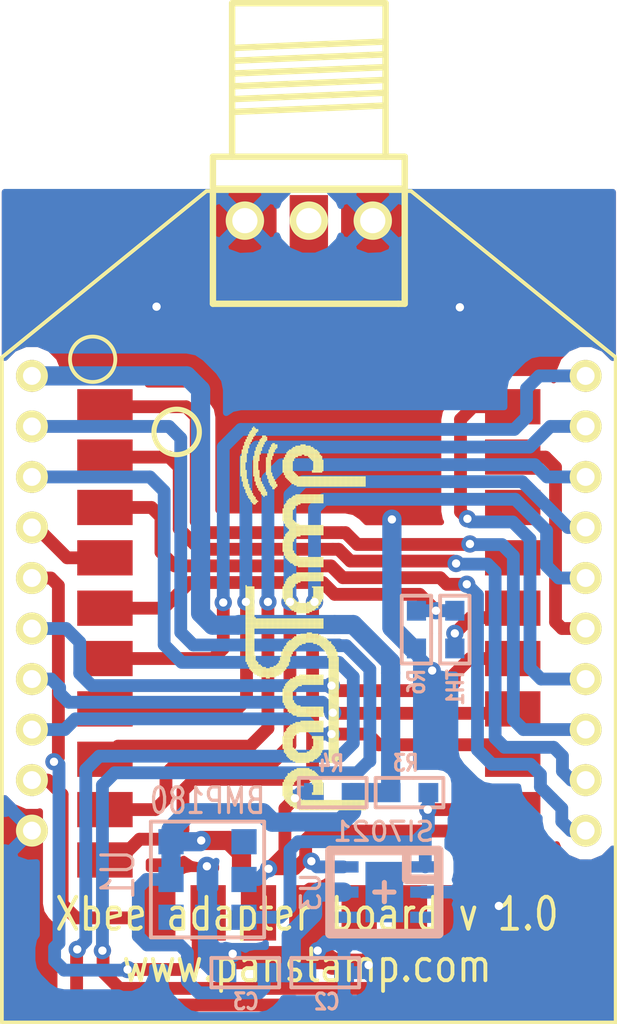
<source format=kicad_pcb>
(kicad_pcb (version 4) (host pcbnew no-vcs-found-product)
  (title_block (title "XBee adapter board for panStamp 2") (date 2015-07-15) (rev 1.0) (company panStamp))
  (layers (0 Front signal) (1 Ground power) (2 Power power) (31 Back signal) (34 B.Paste user) (35 F.Paste user) (36 B.SilkS user) (37 F.SilkS user) (38 B.Mask user) (39 F.Mask user) (44 Edge.Cuts user))
  (net 0 "")
  (net 1 /RESET)
  (net 2 GND)
  (net 3 VCC)
  (net 4 /D14)
  (net 5 /D15)
  (net 6 /D16)
  (net 7 /D17)
  (net 8 /D18)
  (net 9 /TEST)
  (net 10 /D19)
  (net 11 /D20)
  (net 12 /D21)
  (net 13 /D22)
  (net 14 /A5)
  (net 15 /I2C_SDA)
  (net 16 /I2C_SCL)
  (net 17 /D7)
  (net 18 /TOANT)
  (net 19 /D12/A4)
  (net 20 /D11/A3)
  (net 21 /D10/A2)
  (net 22 /D9/A1)
  (net 23 /D8/A0)
  (net 24 /TXD)
  (net 25 /RXD)
  (net 26 /SCK)
  (net 27 /MISO)
  (net 28 /MOSI)
  (module mysmd:SM0603S (layer Back) (at 207.75 113.5)
    (fp_text reference C2 (at 0.0635 1.1557) (layer B.SilkS) (effects (font (size 0.635 0.508) (thickness 0.127)) (justify mirror)))
    (fp_text value 1u hide)
    (pad 2 smd rect (at 0.7493 0) (size 0.7874 0.762) (layers Back B.Paste B.Mask) (net 2 GND))
    (pad 1 smd rect (at -0.7493 0) (size 0.7874 0.762) (layers Back B.Paste B.Mask) (net 3 VCC))
  )
  (module mysmd:SM0603S (layer Back) (at 204.575 113.5 180)
    (fp_text reference C3 (at -0.025 -1.15 180) (layer B.SilkS) (effects (font (size 0.635 0.508) (thickness 0.127)) (justify mirror)))
    (fp_text value 100n hide)
    (pad 2 smd rect (at 0.7493 0 180) (size 0.7874 0.762) (layers Back B.Paste B.Mask) (net 2 GND))
    (pad 1 smd rect (at -0.7493 0 180) (size 0.7874 0.762) (layers Back B.Paste B.Mask) (net 3 VCC))
  )
  (module mysmd:PANSTAMP_2 (layer Front) (at 207.1 100.025)
    (fp_text reference PS1 hide)
    (fp_text value PANSTAMP_NRG2 hide)
    (pad 1 smd rect (at -8.1 -9) (size 2.2 1.4) (layers Front F.Paste F.Mask) (net 7 /D17))
    (pad 2 smd rect (at -8.1 -7) (size 2.2 1.4) (layers Front F.Paste F.Mask) (net 6 /D16))
    (pad 3 smd rect (at -8.1 -5) (size 2.2 1.4) (layers Front F.Paste F.Mask) (net 5 /D15))
    (pad 4 smd rect (at -8.1 -3) (size 2.2 1.4) (layers Front F.Paste F.Mask) (net 4 /D14))
    (pad 5 smd rect (at -8.1 -1) (size 2.2 1.4) (layers Front F.Paste F.Mask) (net 14 /A5))
    (pad 6 smd rect (at -8.1 1) (size 2.2 1.4) (layers Front F.Paste F.Mask) (net 19 /D12/A4))
    (pad 7 smd rect (at -8.1 3) (size 2.2 1.4) (layers Front F.Paste F.Mask) (net 20 /D11/A3))
    (pad 8 smd rect (at -8.1 5) (size 2.2 1.4) (layers Front F.Paste F.Mask) (net 21 /D10/A2))
    (pad 9 smd rect (at -8.1 7) (size 2.2 1.4) (layers Front F.Paste F.Mask) (net 22 /D9/A1))
    (pad 10 smd rect (at -8.1 9) (size 2.2 1.4) (layers Front F.Paste F.Mask) (net 23 /D8/A0))
    (pad 11 smd rect (at -6 11.1 90) (size 2.2 1.4) (layers Front F.Paste F.Mask) (net 9 /TEST))
    (pad 12 smd rect (at -4 11.1 90) (size 2.2 1.4) (layers Front F.Paste F.Mask) (net 1 /RESET))
    (pad 13 smd rect (at -2 11.1 90) (size 2.2 1.4) (layers Front F.Paste F.Mask) (net 3 VCC))
    (pad 14 smd rect (at 0 11.1 90) (size 2.2 1.4) (layers Front F.Paste F.Mask) (net 2 GND))
    (pad 15 smd rect (at 2 11.1 90) (size 2.2 1.4) (layers Front F.Paste F.Mask) (net 17 /D7))
    (pad 16 smd rect (at 4 11.1 90) (size 2.2 1.4) (layers Front F.Paste F.Mask) (net 24 /TXD))
    (pad 17 smd rect (at 6 11.1 90) (size 2.2 1.4) (layers Front F.Paste F.Mask) (net 25 /RXD))
    (pad 18 smd rect (at 8.1 9) (size 2.2 1.4) (layers Front F.Paste F.Mask) (net 16 /I2C_SCL))
    (pad 19 smd rect (at 8.1 7) (size 2.2 1.4) (layers Front F.Paste F.Mask) (net 15 /I2C_SDA))
    (pad 20 smd rect (at 8.1 5) (size 2.2 1.4) (layers Front F.Paste F.Mask) (net 26 /SCK))
    (pad 21 smd rect (at 8.1 3) (size 2.2 1.4) (layers Front F.Paste F.Mask) (net 27 /MISO))
    (pad 22 smd rect (at 8.1 1) (size 2.2 1.4) (layers Front F.Paste F.Mask) (net 28 /MOSI))
    (pad 23 smd rect (at 8.1 -1) (size 2.2 1.4) (layers Front F.Paste F.Mask) (net 13 /D22))
    (pad 24 smd rect (at 8.1 -3) (size 2.2 1.4) (layers Front F.Paste F.Mask) (net 12 /D21))
    (pad 25 smd rect (at 8.1 -5) (size 2.2 1.4) (layers Front F.Paste F.Mask) (net 11 /D20))
    (pad 26 smd rect (at 8.1 -7) (size 2.2 1.4) (layers Front F.Paste F.Mask) (net 10 /D19))
    (pad 27 smd rect (at 8.1 -9) (size 2.2 1.4) (layers Front F.Paste F.Mask) (net 8 /D18))
    (pad 28 smd rect (at 6 -11.1 90) (size 2.2 1.4) (layers Front F.Paste F.Mask) (net 2 GND))
    (pad 29 smd rect (at 4 -11.1 90) (size 2.2 1.4) (layers Front F.Paste F.Mask) (net 2 GND))
    (pad 30 smd rect (at 2 -11.1 90) (size 2.2 1.4) (layers Front F.Paste F.Mask) (net 2 GND))
    (pad 31 smd rect (at 0 -11.1 90) (size 2.2 1.4) (layers Front F.Paste F.Mask) (net 18 /TOANT))
    (pad 32 smd rect (at -2 -11.1 90) (size 2.2 1.4) (layers Front F.Paste F.Mask) (net 2 GND))
    (pad 33 smd rect (at -4 -11.1 90) (size 2.2 1.4) (layers Front F.Paste F.Mask) (net 2 GND))
    (pad 34 smd rect (at -6 -11.1 90) (size 2.2 1.4) (layers Front F.Paste F.Mask) (net 2 GND))
  )
  (module mysmd:SM0603S (layer Back) (at 211.1 106.35)
    (fp_text reference R3 (at -0.15 -1.175) (layer B.SilkS) (effects (font (size 0.635 0.508) (thickness 0.127)) (justify mirror)))
    (fp_text value 10k hide)
    (pad 2 smd rect (at 0.7493 0) (size 0.7874 0.762) (layers Back B.Paste B.Mask) (net 15 /I2C_SDA))
    (pad 1 smd rect (at -0.7493 0) (size 0.7874 0.762) (layers Back B.Paste B.Mask) (net 3 VCC))
  )
  (module mysmd:SM0603S (layer Back) (at 208.05 106.35 180)
    (fp_text reference R4 (at 0.0635 1.1557 180) (layer B.SilkS) (effects (font (size 0.635 0.508) (thickness 0.127)) (justify mirror)))
    (fp_text value 10k hide)
    (pad 2 smd rect (at 0.7493 0 180) (size 0.7874 0.762) (layers Back B.Paste B.Mask) (net 16 /I2C_SCL))
    (pad 1 smd rect (at -0.7493 0 180) (size 0.7874 0.762) (layers Back B.Paste B.Mask) (net 3 VCC))
  )
  (module mysmd:SM0603S (layer Back) (at 211.375 99.875 270)
    (fp_text reference R6 (at 2.075 0 270) (layer B.SilkS) (effects (font (size 0.635 0.508) (thickness 0.127)) (justify mirror)))
    (fp_text value 10k hide)
    (pad 2 smd rect (at 0.7493 0 270) (size 0.7874 0.762) (layers Back B.Paste B.Mask) (net 2 GND))
    (pad 1 smd rect (at -0.7493 0 270) (size 0.7874 0.762) (layers Back B.Paste B.Mask) (net 14 /A5))
  )
  (module mysmd:SM0603S (layer Back) (at 212.9 99.875 270)
    (fp_text reference TH1 (at 2.3 -0.025 270) (layer B.SilkS) (effects (font (size 0.635 0.508) (thickness 0.127)) (justify mirror)))
    (fp_text value THERMISTOR hide)
    (pad 2 smd rect (at 0.7493 0 270) (size 0.7874 0.762) (layers Back B.Paste B.Mask) (net 13 /D22))
    (pad 1 smd rect (at -0.7493 0 270) (size 0.7874 0.762) (layers Back B.Paste B.Mask) (net 14 /A5))
  )
  (module mysmd:BMP180 (layer Back) (at 203.075 109.8 90)
    (fp_text reference U1 (at 0.2 -3.55 90) (layer B.SilkS) (effects (font (size 1.27 1.016) (thickness 0.127)) (justify mirror)))
    (fp_text value BMP180 (at 3.125 0 180) (layer B.SilkS) (effects (font (size 1.016 0.762) (thickness 0.127)) (justify mirror)))
    (pad 3 smd rect (at 1.5 -1.45 90) (size 1 1) (layers Back B.Paste B.Mask) (net 3 VCC))
    (pad 2 smd rect (at 0 -1.45 90) (size 1 1) (layers Back B.Paste B.Mask) (net 3 VCC))
    (pad 1 smd rect (at -1.5 -1.45 90) (size 1 1) (layers Back B.Paste B.Mask))
    (pad 6 smd rect (at -1.5 1.45 90) (size 1 1) (layers Back B.Paste B.Mask) (net 15 /I2C_SDA))
    (pad 5 smd rect (at 0 1.45 90) (size 1 1) (layers Back B.Paste B.Mask) (net 16 /I2C_SCL))
    (pad 4 smd rect (at 1.5 1.45 90) (size 1 1) (layers Back B.Paste B.Mask))
    (pad 7 smd rect (at -1.5 0 90) (size 1 1) (layers Back B.Paste B.Mask) (net 2 GND))
  )
  (module mysmd:DFN-6 (layer Back) (at 210.1 110.3 270)
    (fp_text reference U3 (at 0 2.921 270) (layer B.SilkS) (effects (font (size 0.762 0.762) (thickness 0.127)) (justify mirror)))
    (fp_text value SI7021 (at -2.4 0.025 360) (layer B.SilkS) (effects (font (size 0.762 0.762) (thickness 0.127)) (justify mirror)))
    (pad 6 smd rect (at -1 1.625 270) (size 0.45 1.2) (layers Back B.Paste B.Mask) (net 16 /I2C_SCL))
    (pad 5 smd rect (at 0 1.625 270) (size 0.45 1.2) (layers Back B.Paste B.Mask) (net 3 VCC))
    (pad 4 smd rect (at 1 1.625 270) (size 0.45 1.2) (layers Back B.Paste B.Mask))
    (pad 3 smd rect (at 1 -1.625 270) (size 0.45 1.2) (layers Back B.Paste B.Mask))
    (pad 2 smd rect (at 0 -1.625 270) (size 0.45 1.2) (layers Back B.Paste B.Mask) (net 2 GND))
    (pad 1 smd rect (at -1 -1.625 270) (size 0.45 1.2) (layers Back B.Paste B.Mask) (net 15 /I2C_SDA))
    (pad 7 smd rect (at 0 0 270) (size 2.4 1.5) (layers Back B.Paste B.Mask))
  )
  (module mymods:XBee_Pro (layer Front) (at 196.1 89.8 270)
    (fp_text reference P1 hide)
    (fp_text value DIL20 hide)
    (pad 11 thru_hole circle (at 18.0594 -21.9964 270) (size 1.27 1.27) (drill 0.7112) (layers *.Cu *.Mask F.SilkS) (net 5 /D15))
    (pad 12 thru_hole circle (at 16.0528 -21.9964 270) (size 1.27 1.27) (drill 0.7112) (layers *.Cu *.Mask F.SilkS) (net 6 /D16))
    (pad 13 thru_hole circle (at 14.0462 -21.9964 270) (size 1.27 1.27) (drill 0.7112) (layers *.Cu *.Mask F.SilkS) (net 7 /D17))
    (pad 14 thru_hole circle (at 12.0396 -21.9964 270) (size 1.27 1.27) (drill 0.7112) (layers *.Cu *.Mask F.SilkS) (net 8 /D18))
    (pad 15 thru_hole circle (at 10.033 -21.9964 270) (size 1.27 1.27) (drill 0.7112) (layers *.Cu *.Mask F.SilkS) (net 10 /D19))
    (pad 16 thru_hole circle (at 8.0264 -21.9964 270) (size 1.27 1.27) (drill 0.7112) (layers *.Cu *.Mask F.SilkS) (net 23 /D8/A0))
    (pad 17 thru_hole circle (at 6.0198 -21.9964 270) (size 1.27 1.27) (drill 0.7112) (layers *.Cu *.Mask F.SilkS) (net 22 /D9/A1))
    (pad 18 thru_hole circle (at 4.0132 -21.9964 270) (size 1.27 1.27) (drill 0.7112) (layers *.Cu *.Mask F.SilkS) (net 21 /D10/A2))
    (pad 19 thru_hole circle (at 2.0066 -21.9964 270) (size 1.27 1.27) (drill 0.7112) (layers *.Cu *.Mask F.SilkS) (net 20 /D11/A3))
    (pad 20 thru_hole circle (at 0 -21.9964 270) (size 1.27 1.27) (drill 0.7112) (layers *.Cu *.Mask F.SilkS) (net 19 /D12/A4))
    (pad 1 thru_hole circle (at 0 0 270) (size 1.27 1.27) (drill 0.7112) (layers *.Cu *.Mask F.SilkS) (net 3 VCC))
    (pad 2 thru_hole circle (at 2.0066 0 270) (size 1.27 1.27) (drill 0.7112) (layers *.Cu *.Mask F.SilkS) (net 24 /TXD))
    (pad 3 thru_hole circle (at 4.0132 0 270) (size 1.27 1.27) (drill 0.7112) (layers *.Cu *.Mask F.SilkS) (net 25 /RXD))
    (pad 4 thru_hole circle (at 6.0198 0 270) (size 1.27 1.27) (drill 0.7112) (layers *.Cu *.Mask F.SilkS) (net 4 /D14))
    (pad 5 thru_hole circle (at 8.0264 0 270) (size 1.27 1.27) (drill 0.7112) (layers *.Cu *.Mask F.SilkS) (net 1 /RESET))
    (pad 6 thru_hole circle (at 10.033 0 270) (size 1.27 1.27) (drill 0.7112) (layers *.Cu *.Mask F.SilkS) (net 28 /MOSI))
    (pad 7 thru_hole circle (at 12.0396 0 270) (size 1.27 1.27) (drill 0.7112) (layers *.Cu *.Mask F.SilkS) (net 27 /MISO))
    (pad 8 thru_hole circle (at 14.0462 0 270) (size 1.27 1.27) (drill 0.7112) (layers *.Cu *.Mask F.SilkS) (net 26 /SCK))
    (pad 9 thru_hole circle (at 16.0528 0 270) (size 1.27 1.27) (drill 0.7112) (layers *.Cu *.Mask F.SilkS) (net 9 /TEST))
    (pad 10 thru_hole circle (at 18.0594 0 270) (size 1.27 1.27) (drill 0.7112) (layers *.Cu *.Mask F.SilkS) (net 2 GND))
  )
  (module mysmd:SMD_SMA_SPECIAL (layer Front) (at 207.1 84.65 270)
    (fp_text reference ANT1 hide)
    (fp_text value ANTENNA hide)
    (pad 1 smd rect (at 0 0 270) (size 4.064 1.524) (layers Front F.Paste F.Mask) (net 18 /TOANT))
    (pad 2 smd rect (at 0 -2.54 270) (size 4.064 1.524) (layers *.Paste *.Mask Front) (net 2 GND))
    (pad 2 smd rect (at 0 2.54 270) (size 4.064 1.524) (layers *.Paste *.Mask Front) (net 2 GND))
    (pad 1 thru_hole circle (at -1.016 0 270) (size 1.524 1.524) (drill 1.00076) (layers *.Cu *.Mask F.SilkS) (net 18 /TOANT))
    (pad 2 thru_hole circle (at -1.016 -2.54 270) (size 1.524 1.524) (drill 1.00076) (layers *.Cu *.Mask F.SilkS) (net 2 GND))
    (pad 2 thru_hole circle (at -1.016 2.54 270) (size 1.524 1.524) (drill 1.00076) (layers *.Cu *.Mask F.SilkS) (net 2 GND))
  )
  (module mymods:PANSTAMPLOGO (layer Front) (at 204.075 107.05 90)
    (fp_text reference G*** hide)
    (fp_text value PANSTAMPLOGO hide)
  )
  (gr_text "Xbee adapter board v 1.0\nwww.panstamp.com" (at 207.025 112.2) (layer F.SilkS) (effects (font (size 1.27 1.016) (thickness 0.1524))))
  (segment (start 202.725 113) (end 202.65 113) (width 0.508) (layer Front) (net 1))
  (segment (start 197.375 113.4) (end 199.15 113.4) (width 0.508) (layer Back) (net 1))
  (segment (start 197 113.025) (end 197.375 113.4) (width 0.508) (layer Back) (net 1))
  (segment (start 197 112.5) (end 197 113.025) (width 0.508) (layer Back) (net 1))
  (segment (start 197.175 112.325) (end 197 112.5) (width 0.508) (layer Back) (net 1))
  (segment (start 197.175 105.225) (end 197.175 112.325) (width 0.508) (layer Back) (net 1))
  (segment (start 197.075 105.125) (end 197.175 105.225) (width 0.508) (layer Back) (net 1))
  (via (at 196.975 105.125) (size 0.6858) (drill 0.3302) (layers Front Back) (net 1))
  (segment (start 196.975 105.125) (end 197.075 105.125) (width 0.508) (layer Back) (net 1))
  (segment (start 202.65 113) (end 202.275 113.375) (width 0.508) (layer Front) (net 1))
  (segment (start 202.275 113.375) (end 199.9 113.375) (width 0.508) (layer Front) (net 1))
  (via (at 199.9 113.375) (size 0.6858) (drill 0.3302) (layers Front Back) (net 1))
  (segment (start 199.9 113.375) (end 199.875 113.4) (width 0.508) (layer Back) (net 1))
  (segment (start 199.875 113.4) (end 199.175 113.4) (width 0.508) (layer Back) (net 1))
  (segment (start 202.325 113.325) (end 202.4 113.325) (width 0.508) (layer Front) (net 1))
  (segment (start 202.725 113) (end 202.725 111.5) (width 0.508) (layer Front) (net 1))
  (segment (start 202.4 113.325) (end 202.725 113) (width 0.508) (layer Front) (net 1))
  (segment (start 202.725 111.5) (end 203.1 111.125) (width 0.508) (layer Front) (net 1))
  (segment (start 196.1 97.8264) (end 196.8514 97.8264) (width 0.508) (layer Front) (net 1))
  (segment (start 196.8514 97.8264) (end 197.15 98.125) (width 0.508) (layer Front) (net 1))
  (segment (start 197.15 104.95) (end 196.975 105.125) (width 0.508) (layer Front) (net 1))
  (segment (start 197.15 98.125) (end 197.15 104.95) (width 0.508) (layer Front) (net 1))
  (segment (start 202.575 113.075) (end 202.575 111.65) (width 0.254) (layer Front) (net 1))
  (segment (start 202.325 113.325) (end 202.575 113.075) (width 0.254) (layer Front) (net 1))
  (segment (start 197.175 104.925) (end 196.975 105.125) (width 0.254) (layer Front) (net 1))
  (segment (start 197.175 98.15) (end 197.175 104.925) (width 0.254) (layer Front) (net 1))
  (segment (start 196.8514 97.8264) (end 197.175 98.15) (width 0.254) (layer Front) (net 1))
  (segment (start 202.575 111.65) (end 203.1 111.125) (width 0.254) (layer Front) (net 1))
  (segment (start 201.1 88.925) (end 201.1 87.1) (width 0.762) (layer Front) (net 2))
  (segment (start 201.05 87.05) (end 201.05 87.125) (width 0.762) (layer Back) (net 2))
  (via (at 201.05 87.05) (size 0.6858) (drill 0.3302) (layers Front Back) (net 2))
  (segment (start 201.1 87.1) (end 201.05 87.05) (width 0.762) (layer Front) (net 2))
  (segment (start 213.1 88.925) (end 213.1 87.075) (width 0.762) (layer Front) (net 2))
  (via (at 213.1 87.075) (size 0.6858) (drill 0.3302) (layers Front Back) (net 2))
  (via (at 210.4 95.5) (size 0.6858) (drill 0.3302) (layers Front Back) (net 2))
  (segment (start 211.1 88.925) (end 211.1 90.575) (width 0.762) (layer Front) (net 2))
  (segment (start 210.425 91.25) (end 211.1 90.575) (width 0.762) (layer Front) (net 2))
  (segment (start 210.425 95.475) (end 210.425 91.25) (width 0.762) (layer Front) (net 2))
  (segment (start 210.425 95.475) (end 210.4 95.5) (width 0.762) (layer Front) (net 2))
  (segment (start 211.375 100.6243) (end 211.2243 100.6243) (width 0.762) (layer Back) (net 2))
  (segment (start 211.2243 100.6243) (end 210.4 99.8) (width 0.762) (layer Back) (net 2))
  (segment (start 210.4 99.8) (end 210.4 95.5) (width 0.762) (layer Back) (net 2))
  (segment (start 210.4 95.5) (end 210.4 95.487402) (width 0.762) (layer Back) (net 2))
  (segment (start 211.375 100.875) (end 212 101.5) (width 0.508) (layer Back) (net 2))
  (via (at 212 101.5) (size 0.6858) (drill 0.3302) (layers Front Back) (net 2))
  (segment (start 204.075 112.75) (end 203.65 112.75) (width 0.508) (layer Back) (net 2))
  (segment (start 203.65 112.75) (end 203.075 112.175) (width 0.508) (layer Back) (net 2))
  (segment (start 203.05 111.275) (end 203.05 109.275) (width 0.508) (layer Back) (net 2))
  (segment (start 203.075 109.3) (end 203.05 109.275) (width 0.762) (layer Back) (net 2))
  (via (at 203.05 109.275) (size 0.6858) (drill 0.3302) (layers Front Back) (net 2))
  (segment (start 203.075 109.3) (end 203.075 111.3) (width 0.762) (layer Back) (net 2))
  (segment (start 209.475 113.2) (end 208.025 113.2) (width 0.762) (layer Front) (net 2))
  (via (at 207.45 112.625) (size 0.6858) (drill 0.3302) (layers Front Back) (net 2))
  (segment (start 207.1 111.125) (end 207.1 112.275) (width 0.508) (layer Front) (net 2))
  (segment (start 207.1 112.275) (end 207.45 112.625) (width 0.508) (layer Front) (net 2))
  (segment (start 206.55 112.625) (end 206.35 112.825) (width 0.762) (layer Front) (net 2))
  (segment (start 206.35 112.825) (end 204.15 112.825) (width 0.762) (layer Front) (net 2))
  (segment (start 204.15 112.825) (end 204.075 112.75) (width 0.762) (layer Front) (net 2))
  (segment (start 203.8257 112.9993) (end 203.8257 113.5) (width 0.508) (layer Back) (net 2))
  (via (at 204.075 112.75) (size 0.6858) (drill 0.3302) (layers Front Back) (net 2))
  (segment (start 203.8257 112.9993) (end 204.075 112.75) (width 0.508) (layer Back) (net 2))
  (segment (start 207.45 112.625) (end 206.55 112.625) (width 0.762) (layer Front) (net 2))
  (segment (start 208.025 113.2) (end 207.45 112.625) (width 0.762) (layer Front) (net 2))
  (segment (start 211.725 110.3) (end 214.1 110.3) (width 0.508) (layer Back) (net 2))
  (via (at 214.65 110.85) (size 0.6858) (drill 0.3302) (layers Front Back) (net 2))
  (segment (start 214.1 110.3) (end 214.65 110.85) (width 0.508) (layer Back) (net 2))
  (segment (start 203.8257 113.5) (end 203.525 113.5) (width 0.762) (layer Back) (net 2))
  (segment (start 203.525 113.5) (end 203.075 113.05) (width 0.762) (layer Back) (net 2))
  (segment (start 203.075 113.05) (end 203.075 112.175) (width 0.762) (layer Back) (net 2))
  (segment (start 203.075 112.175) (end 203.075 111.3) (width 0.762) (layer Back) (net 2))
  (segment (start 208.4993 113.5) (end 209.175 113.5) (width 0.508) (layer Back) (net 2))
  (segment (start 209.475 113.2) (end 209.45 113.225) (width 0.508) (layer Front) (net 2))
  (via (at 209.475 113.2) (size 0.6858) (drill 0.3302) (layers Front Back) (net 2))
  (segment (start 209.175 113.5) (end 209.475 113.2) (width 0.508) (layer Back) (net 2))
  (segment (start 211.375 100.6243) (end 211.375 100.875) (width 0.508) (layer Back) (net 2))
  (segment (start 208.125 99.675) (end 208.863554 99.675) (width 0.762) (layer Back) (net 3))
  (segment (start 210.35 101.161446) (end 210.35 101.6) (width 0.762) (layer Back) (net 3))
  (segment (start 208.863554 99.675) (end 210.35 101.161446) (width 0.762) (layer Back) (net 3))
  (segment (start 210.35 101.6) (end 210.3507 101.6) (width 0.762) (layer Back) (net 3))
  (segment (start 210.3507 106.35) (end 210.3507 101.6) (width 0.762) (layer Back) (net 3))
  (segment (start 201.175 112.4) (end 201.975 112.4) (width 0.508) (layer Back) (net 3))
  (segment (start 202.275 113.85) (end 202.725 114.3) (width 0.508) (layer Back) (net 3))
  (segment (start 202.275 112.7) (end 202.275 113.85) (width 0.508) (layer Back) (net 3))
  (segment (start 201.975 112.4) (end 202.275 112.7) (width 0.508) (layer Back) (net 3))
  (segment (start 205.3243 113.5) (end 205.3243 114.1007) (width 0.508) (layer Back) (net 3))
  (segment (start 205.125 114.3) (end 202.725 114.3) (width 0.508) (layer Back) (net 3))
  (segment (start 205.3243 114.1007) (end 205.125 114.3) (width 0.508) (layer Back) (net 3))
  (segment (start 201.175 112.4) (end 200.675 112.4) (width 0.508) (layer Back) (net 3))
  (segment (start 200.675 112.4) (end 200.325 112.05) (width 0.508) (layer Back) (net 3))
  (segment (start 200.325 112.05) (end 200.325 110.125) (width 0.508) (layer Back) (net 3))
  (segment (start 200.325 110.125) (end 200.65 109.8) (width 0.508) (layer Back) (net 3))
  (segment (start 200.65 109.8) (end 201.625 109.8) (width 0.508) (layer Back) (net 3))
  (segment (start 208.475 110.3) (end 207.5 110.3) (width 0.762) (layer Back) (net 3))
  (segment (start 206.4 113.325) (end 206.225 113.5) (width 0.762) (layer Back) (net 3))
  (segment (start 206.4 112.025) (end 206.4 113.325) (width 0.762) (layer Back) (net 3))
  (segment (start 207.25 111.175) (end 206.4 112.025) (width 0.762) (layer Back) (net 3))
  (segment (start 207.25 110.55) (end 207.25 111.175) (width 0.762) (layer Back) (net 3))
  (segment (start 207.5 110.3) (end 207.25 110.55) (width 0.762) (layer Back) (net 3))
  (segment (start 202.25 89.8) (end 196.1 89.8) (width 0.762) (layer Back) (net 3))
  (segment (start 202.8 90.35) (end 202.25 89.8) (width 0.762) (layer Back) (net 3))
  (segment (start 202.8 99.225) (end 202.8 90.35) (width 0.762) (layer Back) (net 3))
  (segment (start 203.275 99.7) (end 202.8 99.225) (width 0.762) (layer Back) (net 3))
  (segment (start 204.3 99.7) (end 203.275 99.7) (width 0.762) (layer Back) (net 3))
  (segment (start 204.325 99.675) (end 204.3 99.7) (width 0.762) (layer Back) (net 3))
  (segment (start 208.125 99.675) (end 204.325 99.675) (width 0.762) (layer Back) (net 3))
  (segment (start 208.7993 106.35) (end 208.7993 107.088298) (width 0.762) (layer Back) (net 3))
  (segment (start 202.3 107.15) (end 201.625 107.825) (width 0.762) (layer Back) (net 3))
  (segment (start 205.275 107.15) (end 202.3 107.15) (width 0.762) (layer Back) (net 3))
  (segment (start 205.65 107.525) (end 205.275 107.15) (width 0.762) (layer Back) (net 3))
  (segment (start 206.35 107.525) (end 205.65 107.525) (width 0.762) (layer Back) (net 3))
  (segment (start 206.362402 107.512598) (end 206.35 107.525) (width 0.762) (layer Back) (net 3))
  (segment (start 208.375 107.512598) (end 206.362402 107.512598) (width 0.762) (layer Back) (net 3))
  (segment (start 208.7993 107.088298) (end 208.375 107.512598) (width 0.762) (layer Back) (net 3))
  (segment (start 201.625 107.825) (end 201.625 108.3) (width 0.762) (layer Back) (net 3))
  (segment (start 205.1 111.125) (end 205.1 110.3) (width 0.762) (layer Front) (net 3))
  (segment (start 205.1 110.3) (end 204.425 109.625) (width 0.762) (layer Front) (net 3))
  (segment (start 204.425 109.625) (end 204.425 108.75) (width 0.762) (layer Front) (net 3))
  (segment (start 204.425 108.75) (end 203.925 108.25) (width 0.762) (layer Front) (net 3))
  (segment (start 203.925 108.25) (end 202.825 108.25) (width 0.762) (layer Front) (net 3))
  (via (at 202.825 108.25) (size 0.6858) (drill 0.3302) (layers Front Back) (net 3))
  (segment (start 202.825 108.25) (end 202.775 108.3) (width 0.762) (layer Back) (net 3))
  (segment (start 202.775 108.3) (end 201.625 108.3) (width 0.762) (layer Back) (net 3))
  (segment (start 210.3507 106.35) (end 209.525 106.35) (width 0.762) (layer Back) (net 3))
  (segment (start 209.525 106.35) (end 208.7993 106.35) (width 0.762) (layer Back) (net 3))
  (segment (start 201.625 109.8) (end 201.625 108.3) (width 0.762) (layer Back) (net 3))
  (segment (start 207.0007 113.5) (end 206.225 113.5) (width 0.762) (layer Back) (net 3))
  (segment (start 206.225 113.5) (end 205.3243 113.5) (width 0.762) (layer Back) (net 3))
  (segment (start 208.7993 106.35) (end 209.575 106.35) (width 0.508) (layer Back) (net 3))
  (segment (start 209.575 106.35) (end 210.3507 106.35) (width 0.508) (layer Back) (net 3))
  (segment (start 196.1 95.8198) (end 196.2948 95.8198) (width 0.508) (layer Front) (net 4))
  (segment (start 196.2948 95.8198) (end 197.5 97.025) (width 0.508) (layer Front) (net 4))
  (segment (start 197.5 97.025) (end 199 97.025) (width 0.508) (layer Front) (net 4))
  (segment (start 199 97.025) (end 198.45 97.025) (width 0.254) (layer Front) (net 4))
  (segment (start 207.575 97.345804) (end 207.981206 97.345804) (width 0.508) (layer Front) (net 5))
  (segment (start 212.318794 97.814598) (end 212.579196 98.075) (width 0.508) (layer Front) (net 5))
  (segment (start 208.45 97.814598) (end 212.318794 97.814598) (width 0.508) (layer Front) (net 5))
  (segment (start 207.981206 97.345804) (end 208.45 97.814598) (width 0.508) (layer Front) (net 5))
  (segment (start 213.8 104.125) (end 213.8 104.65) (width 0.508) (layer Back) (net 5))
  (segment (start 216.3 106.125) (end 216.775 106.6) (width 0.508) (layer Back) (net 5))
  (segment (start 216.3 105.625) (end 216.3 106.125) (width 0.508) (layer Back) (net 5))
  (segment (start 215.9 105.225) (end 216.3 105.625) (width 0.508) (layer Back) (net 5))
  (segment (start 214.375 105.225) (end 215.9 105.225) (width 0.508) (layer Back) (net 5))
  (segment (start 213.8 104.65) (end 214.375 105.225) (width 0.508) (layer Back) (net 5))
  (segment (start 217.15 107.5) (end 217.5094 107.8594) (width 0.508) (layer Back) (net 5))
  (segment (start 216.775 106.6) (end 217.15 106.975) (width 0.508) (layer Back) (net 5))
  (segment (start 217.15 106.975) (end 217.15 107.5) (width 0.508) (layer Back) (net 5))
  (segment (start 212.6 98.075) (end 212.579196 98.075) (width 0.508) (layer Front) (net 5))
  (segment (start 213.8 98.5) (end 213.8 104.125) (width 0.508) (layer Back) (net 5))
  (segment (start 213.375 98.075) (end 213.8 98.5) (width 0.508) (layer Back) (net 5))
  (via (at 213.375 98.075) (size 0.6858) (drill 0.3302) (layers Front Back) (net 5))
  (segment (start 212.6 98.075) (end 213.375 98.075) (width 0.508) (layer Front) (net 5))
  (segment (start 217.5094 107.8594) (end 218.0964 107.8594) (width 0.508) (layer Back) (net 5))
  (segment (start 201.225 95.65) (end 201.225 96.8) (width 0.508) (layer Front) (net 5))
  (segment (start 201.770804 97.345804) (end 202.245804 97.345804) (width 0.508) (layer Front) (net 5))
  (segment (start 201.225 96.8) (end 201.770804 97.345804) (width 0.508) (layer Front) (net 5))
  (segment (start 207.575 97.345804) (end 202.245804 97.345804) (width 0.508) (layer Front) (net 5))
  (segment (start 199 95.025) (end 200.85 95.025) (width 0.508) (layer Front) (net 5))
  (segment (start 201.225 95.4) (end 201.225 95.65) (width 0.508) (layer Front) (net 5))
  (segment (start 200.85 95.025) (end 201.225 95.4) (width 0.508) (layer Front) (net 5))
  (segment (start 208.05 96.685402) (end 208.281206 96.685402) (width 0.508) (layer Front) (net 6))
  (segment (start 212.854196 97.154196) (end 212.95 97.25) (width 0.508) (layer Front) (net 6))
  (segment (start 208.75 97.154196) (end 212.854196 97.154196) (width 0.508) (layer Front) (net 6))
  (segment (start 208.281206 96.685402) (end 208.75 97.154196) (width 0.508) (layer Front) (net 6))
  (segment (start 214.5 103.675) (end 214.5 104.175) (width 0.508) (layer Back) (net 6))
  (segment (start 217.175 105.5) (end 217.5278 105.8528) (width 0.508) (layer Back) (net 6))
  (segment (start 217.175 104.9) (end 217.175 105.5) (width 0.508) (layer Back) (net 6))
  (segment (start 216.825 104.55) (end 217.175 104.9) (width 0.508) (layer Back) (net 6))
  (segment (start 214.875 104.55) (end 216.825 104.55) (width 0.508) (layer Back) (net 6))
  (segment (start 214.5 104.175) (end 214.875 104.55) (width 0.508) (layer Back) (net 6))
  (segment (start 217.5278 105.8528) (end 218.0964 105.8528) (width 0.508) (layer Back) (net 6))
  (segment (start 202.760402 96.685402) (end 201.95 95.875) (width 0.508) (layer Front) (net 6))
  (segment (start 208.05 96.685402) (end 202.760402 96.685402) (width 0.508) (layer Front) (net 6))
  (segment (start 201.55 93.025) (end 199 93.025) (width 0.508) (layer Front) (net 6))
  (segment (start 201.95 93.425) (end 201.55 93.025) (width 0.508) (layer Front) (net 6))
  (segment (start 201.95 95.875) (end 201.95 93.425) (width 0.508) (layer Front) (net 6))
  (via (at 212.95 97.25) (size 0.6858) (drill 0.3302) (layers Front Back) (net 6))
  (segment (start 212.975 97.275) (end 212.95 97.25) (width 0.508) (layer Back) (net 6))
  (segment (start 214.2 97.275) (end 212.975 97.275) (width 0.508) (layer Back) (net 6))
  (segment (start 214.5 97.575) (end 214.2 97.275) (width 0.508) (layer Back) (net 6))
  (segment (start 214.5 103.675) (end 214.5 97.575) (width 0.508) (layer Back) (net 6))
  (segment (start 208.4 96.025) (end 208.556206 96.025) (width 0.508) (layer Front) (net 7))
  (segment (start 213.481206 96.493794) (end 213.5 96.475) (width 0.508) (layer Front) (net 7))
  (segment (start 209.025 96.493794) (end 213.481206 96.493794) (width 0.508) (layer Front) (net 7))
  (segment (start 208.556206 96.025) (end 209.025 96.493794) (width 0.508) (layer Front) (net 7))
  (segment (start 204.425 96.025) (end 203.075 96.025) (width 0.508) (layer Front) (net 7))
  (segment (start 202.625 95.575) (end 202.625 94.8) (width 0.508) (layer Front) (net 7))
  (segment (start 203.075 96.025) (end 202.625 95.575) (width 0.508) (layer Front) (net 7))
  (segment (start 208.4 96.025) (end 204.425 96.025) (width 0.508) (layer Front) (net 7))
  (segment (start 199 91.025) (end 202.225 91.025) (width 0.508) (layer Front) (net 7))
  (segment (start 202.225 91.025) (end 202.625 91.425) (width 0.508) (layer Front) (net 7))
  (segment (start 202.625 91.425) (end 202.625 94.8) (width 0.508) (layer Front) (net 7))
  (segment (start 215.6212 103.8462) (end 218.0964 103.8462) (width 0.508) (layer Back) (net 7))
  (segment (start 215.225 103.45) (end 215.6212 103.8462) (width 0.508) (layer Back) (net 7))
  (segment (start 215.225 96.95) (end 215.225 103.45) (width 0.508) (layer Back) (net 7))
  (segment (start 214.775 96.5) (end 215.225 96.95) (width 0.508) (layer Back) (net 7))
  (segment (start 213.525 96.5) (end 214.775 96.5) (width 0.508) (layer Back) (net 7))
  (segment (start 213.5 96.475) (end 213.525 96.5) (width 0.508) (layer Back) (net 7))
  (via (at 213.5 96.475) (size 0.6858) (drill 0.3302) (layers Front Back) (net 7))
  (segment (start 218.0964 101.8396) (end 216.325002 101.8396) (width 0.508) (layer Back) (net 8))
  (segment (start 213.625 91.025) (end 215.2 91.025) (width 0.508) (layer Front) (net 8))
  (segment (start 213.125 91.525) (end 213.625 91.025) (width 0.508) (layer Front) (net 8))
  (segment (start 213.125 95.2) (end 213.125 91.525) (width 0.508) (layer Front) (net 8))
  (segment (start 213.4 95.475) (end 213.125 95.2) (width 0.508) (layer Front) (net 8))
  (via (at 213.4 95.475) (size 0.6858) (drill 0.3302) (layers Front Back) (net 8))
  (segment (start 213.525 95.6) (end 213.4 95.475) (width 0.508) (layer Back) (net 8))
  (segment (start 215.2 95.6) (end 213.525 95.6) (width 0.508) (layer Back) (net 8))
  (segment (start 215.885402 96.285402) (end 215.2 95.6) (width 0.508) (layer Back) (net 8))
  (segment (start 215.885402 101.4) (end 215.885402 96.285402) (width 0.508) (layer Back) (net 8))
  (segment (start 216.325002 101.8396) (end 215.885402 101.4) (width 0.508) (layer Back) (net 8))
  (segment (start 200.9 111.325) (end 197.85 111.325) (width 0.508) (layer Front) (net 9))
  (segment (start 197.3 110.775) (end 197.85 111.325) (width 0.508) (layer Front) (net 9))
  (segment (start 197.3 106.425) (end 197.3 110.775) (width 0.508) (layer Front) (net 9))
  (segment (start 197.3 106.425) (end 196.7278 105.8528) (width 0.508) (layer Front) (net 9))
  (segment (start 200.9 111.325) (end 201.1 111.125) (width 0.508) (layer Front) (net 9))
  (segment (start 196.1 105.8528) (end 196.7278 105.8528) (width 0.508) (layer Front) (net 9))
  (segment (start 215.2 93.025) (end 216.5 93.025) (width 0.508) (layer Front) (net 10))
  (segment (start 217.158 99.833) (end 218.0964 99.833) (width 0.508) (layer Front) (net 10))
  (segment (start 216.9 99.575) (end 217.158 99.833) (width 0.508) (layer Front) (net 10))
  (segment (start 216.9 93.425) (end 216.9 99.575) (width 0.508) (layer Front) (net 10))
  (segment (start 216.5 93.025) (end 216.9 93.425) (width 0.508) (layer Front) (net 10))
  (segment (start 212.9 100.6243) (end 212.9 100.025) (width 0.508) (layer Back) (net 13))
  (segment (start 213.525 99.4) (end 214.825 99.4) (width 0.508) (layer Front) (net 13))
  (segment (start 212.9 100.025) (end 213.525 99.4) (width 0.508) (layer Front) (net 13))
  (via (at 212.9 100.025) (size 0.6858) (drill 0.3302) (layers Front Back) (net 13))
  (segment (start 214.825 99.4) (end 215.2 99.025) (width 0.508) (layer Front) (net 13))
  (segment (start 214.9 99.325) (end 215.2 99.025) (width 0.508) (layer Front) (net 13))
  (segment (start 207.5 98.006206) (end 207.656206 98.006206) (width 0.508) (layer Front) (net 14))
  (segment (start 211.5 98.475) (end 212.15 99.125) (width 0.508) (layer Front) (net 14))
  (segment (start 208.125 98.475) (end 211.5 98.475) (width 0.508) (layer Front) (net 14))
  (segment (start 207.656206 98.006206) (end 208.125 98.475) (width 0.508) (layer Front) (net 14))
  (segment (start 202.354196 98.006206) (end 201.625 98.735402) (width 0.508) (layer Front) (net 14))
  (segment (start 207.5 98.006206) (end 202.354196 98.006206) (width 0.508) (layer Front) (net 14))
  (segment (start 212.9 99.1257) (end 211.375 99.1257) (width 0.508) (layer Back) (net 14))
  (segment (start 199 99.025) (end 201.335402 99.025) (width 0.508) (layer Front) (net 14))
  (segment (start 212.1507 99.1257) (end 212.9 99.1257) (width 0.508) (layer Back) (net 14))
  (segment (start 212.15 99.125) (end 212.1507 99.1257) (width 0.508) (layer Back) (net 14))
  (via (at 212.15 99.125) (size 0.6858) (drill 0.3302) (layers Front Back) (net 14))
  (segment (start 201.335402 99.025) (end 201.625 98.735402) (width 0.508) (layer Front) (net 14))
  (segment (start 211.8493 106.35) (end 211.8493 107.7757) (width 0.508) (layer Back) (net 15))
  (segment (start 211.8493 107.7757) (end 211.725 107.9) (width 0.508) (layer Back) (net 15))
  (segment (start 215.2 107.025) (end 211.825 107.025) (width 0.508) (layer Front) (net 15))
  (segment (start 211.8493 107.0007) (end 211.8493 106.35) (width 0.508) (layer Back) (net 15))
  (segment (start 211.825 107.025) (end 211.8493 107.0007) (width 0.508) (layer Back) (net 15))
  (via (at 211.825 107.025) (size 0.6858) (drill 0.3302) (layers Front Back) (net 15))
  (segment (start 206.35 109.65) (end 206.35 108.625) (width 0.508) (layer Back) (net 15))
  (segment (start 205.95 111.3) (end 206.35 110.9) (width 0.508) (layer Back) (net 15))
  (segment (start 206.35 110.9) (end 206.35 109.65) (width 0.508) (layer Back) (net 15))
  (segment (start 204.525 111.3) (end 205.95 111.3) (width 0.508) (layer Back) (net 15))
  (segment (start 206.35 108.625) (end 206.675 108.3) (width 0.508) (layer Back) (net 15))
  (segment (start 206.675 108.3) (end 211.325 108.3) (width 0.508) (layer Back) (net 15))
  (segment (start 211.325 108.3) (end 211.725 107.9) (width 0.508) (layer Back) (net 15))
  (segment (start 211.725 109.3) (end 211.725 107.9) (width 0.508) (layer Back) (net 15))
  (segment (start 206.15 107.6) (end 206.15 106.975) (width 0.508) (layer Front) (net 16))
  (segment (start 206.775 106.35) (end 207.3007 106.35) (width 0.508) (layer Back) (net 16))
  (segment (start 206.55 106.575) (end 206.775 106.35) (width 0.508) (layer Back) (net 16))
  (via (at 206.55 106.575) (size 0.6858) (drill 0.3302) (layers Front Back) (net 16))
  (segment (start 206.15 106.975) (end 206.55 106.575) (width 0.508) (layer Front) (net 16))
  (segment (start 208.475 109.3) (end 207.425 109.3) (width 0.508) (layer Back) (net 16))
  (segment (start 206.975 108.85) (end 206.975 108.95) (width 0.508) (layer Front) (net 16))
  (segment (start 207.2 109.075) (end 206.975 108.85) (width 0.508) (layer Front) (net 16))
  (via (at 207.2 109.075) (size 0.6858) (drill 0.3302) (layers Front Back) (net 16))
  (segment (start 207.425 109.3) (end 207.2 109.075) (width 0.508) (layer Back) (net 16))
  (segment (start 206.15 108.725) (end 205.5 109.375) (width 0.508) (layer Front) (net 16))
  (segment (start 206.15 107.6) (end 206.15 108.725) (width 0.508) (layer Front) (net 16))
  (segment (start 204.525 109.8) (end 205.075 109.8) (width 0.508) (layer Back) (net 16))
  (segment (start 213.65 109.025) (end 215.2 109.025) (width 0.508) (layer Front) (net 16))
  (segment (start 213.4 108.775) (end 213.65 109.025) (width 0.508) (layer Front) (net 16))
  (segment (start 213.4 108.25) (end 213.4 108.775) (width 0.508) (layer Front) (net 16))
  (segment (start 213.025 107.875) (end 213.4 108.25) (width 0.508) (layer Front) (net 16))
  (segment (start 207.325 107.875) (end 213.025 107.875) (width 0.508) (layer Front) (net 16))
  (segment (start 206.975 108.225) (end 207.325 107.875) (width 0.508) (layer Front) (net 16))
  (segment (start 206.975 108.95) (end 206.975 108.225) (width 0.508) (layer Front) (net 16))
  (segment (start 206.55 109.375) (end 206.975 108.95) (width 0.508) (layer Front) (net 16))
  (segment (start 205.5 109.375) (end 206.55 109.375) (width 0.508) (layer Front) (net 16))
  (via (at 205.5 109.375) (size 0.6858) (drill 0.3302) (layers Front Back) (net 16))
  (segment (start 205.075 109.8) (end 205.5 109.375) (width 0.508) (layer Back) (net 16))
  (segment (start 207.1 84.65) (end 207.1 88.925) (width 1.27) (layer Front) (net 18))
  (segment (start 207.1 88.525) (end 207.1 84.65) (width 1.27) (layer Front) (net 18))
  (segment (start 210.3 91.925) (end 204.4 91.925) (width 0.508) (layer Back) (net 19))
  (segment (start 203.7 92.625) (end 203.7 96.825) (width 0.508) (layer Back) (net 19))
  (segment (start 204.4 91.925) (end 203.7 92.625) (width 0.508) (layer Back) (net 19))
  (segment (start 199 101.025) (end 203.3 101.025) (width 0.508) (layer Front) (net 19))
  (via (at 203.7 98.8) (size 0.6858) (drill 0.3302) (layers Front Back) (net 19))
  (segment (start 203.7 100.625) (end 203.7 98.8) (width 0.508) (layer Front) (net 19))
  (segment (start 203.3 101.025) (end 203.7 100.625) (width 0.508) (layer Front) (net 19))
  (segment (start 203.7 96.825) (end 203.7 98.8) (width 0.508) (layer Back) (net 19))
  (segment (start 218.0964 89.8) (end 216.25 89.8) (width 0.508) (layer Back) (net 19))
  (segment (start 216.25 89.8) (end 215.75 90.3) (width 0.508) (layer Back) (net 19))
  (segment (start 215.75 90.3) (end 215.75 91.439598) (width 0.508) (layer Back) (net 19))
  (segment (start 215.75 91.439598) (end 215.264598 91.925) (width 0.508) (layer Back) (net 19))
  (segment (start 215.264598 91.925) (end 210.3 91.925) (width 0.508) (layer Back) (net 19))
  (segment (start 204.6 98.3) (end 204.6 93.060402) (width 0.508) (layer Back) (net 20))
  (segment (start 205.035402 92.625) (end 210.475 92.625) (width 0.508) (layer Back) (net 20))
  (segment (start 204.6 93.060402) (end 205.035402 92.625) (width 0.508) (layer Back) (net 20))
  (segment (start 204.625 101.525) (end 204.625 98.8) (width 0.508) (layer Front) (net 20))
  (via (at 204.6 98.775) (size 0.6858) (drill 0.3302) (layers Front Back) (net 20))
  (segment (start 204.625 98.8) (end 204.6 98.775) (width 0.508) (layer Front) (net 20))
  (segment (start 218.0964 91.8066) (end 216.6934 91.8066) (width 0.508) (layer Back) (net 20))
  (segment (start 216.6934 91.8066) (end 215.875 92.625) (width 0.508) (layer Back) (net 20))
  (segment (start 215.875 92.625) (end 210.475 92.625) (width 0.508) (layer Back) (net 20))
  (segment (start 204.6 98.3) (end 204.6 98.775) (width 0.508) (layer Back) (net 20))
  (segment (start 204.25 103.025) (end 199 103.025) (width 0.508) (layer Front) (net 20))
  (segment (start 204.625 102.65) (end 204.25 103.025) (width 0.508) (layer Front) (net 20))
  (segment (start 204.625 101.525) (end 204.625 102.65) (width 0.508) (layer Front) (net 20))
  (segment (start 211.725 93.325) (end 206.025 93.325) (width 0.508) (layer Back) (net 21))
  (segment (start 205.475 93.875) (end 205.475 97.875) (width 0.508) (layer Back) (net 21))
  (segment (start 206.025 93.325) (end 205.475 93.875) (width 0.508) (layer Back) (net 21))
  (segment (start 205.475 100.525) (end 205.475 98.775) (width 0.508) (layer Front) (net 21))
  (via (at 205.475 98.775) (size 0.6858) (drill 0.3302) (layers Front Back) (net 21))
  (segment (start 205.475 103.5) (end 205.475 103.8) (width 0.508) (layer Front) (net 21))
  (segment (start 205.475 103.8) (end 204.770804 104.504196) (width 0.508) (layer Front) (net 21))
  (segment (start 218.0964 93.8132) (end 216.5632 93.8132) (width 0.508) (layer Back) (net 21))
  (segment (start 216.5632 93.8132) (end 216.075 93.325) (width 0.508) (layer Back) (net 21))
  (segment (start 216.075 93.325) (end 211.725 93.325) (width 0.508) (layer Back) (net 21))
  (segment (start 205.475 97.875) (end 205.475 98.775) (width 0.508) (layer Back) (net 21))
  (segment (start 204.770804 104.504196) (end 199.520804 104.504196) (width 0.508) (layer Front) (net 21))
  (segment (start 205.475 100.525) (end 205.475 103.5) (width 0.508) (layer Front) (net 21))
  (segment (start 199.520804 104.504196) (end 199 105.025) (width 0.508) (layer Front) (net 21))
  (segment (start 212.725 94) (end 206.875 94) (width 0.508) (layer Back) (net 22))
  (segment (start 206.35 94.525) (end 206.35 98.775) (width 0.508) (layer Back) (net 22))
  (segment (start 206.875 94) (end 206.35 94.525) (width 0.508) (layer Back) (net 22))
  (segment (start 206.35 101.1) (end 206.35 98.775) (width 0.508) (layer Front) (net 22))
  (via (at 206.35 98.775) (size 0.6858) (drill 0.3302) (layers Front Back) (net 22))
  (segment (start 205.6 105.164598) (end 205.660402 105.164598) (width 0.508) (layer Front) (net 22))
  (segment (start 205.660402 105.164598) (end 206.35 104.475) (width 0.508) (layer Front) (net 22))
  (segment (start 206.35 101.1) (end 206.35 104.475) (width 0.508) (layer Front) (net 22))
  (segment (start 201 107.025) (end 199 107.025) (width 0.508) (layer Front) (net 22))
  (segment (start 201.425 106.6) (end 201 107.025) (width 0.508) (layer Front) (net 22))
  (segment (start 201.425 105.6) (end 201.425 106.6) (width 0.508) (layer Front) (net 22))
  (segment (start 201.860402 105.164598) (end 201.425 105.6) (width 0.508) (layer Front) (net 22))
  (segment (start 205.6 105.164598) (end 201.860402 105.164598) (width 0.508) (layer Front) (net 22))
  (segment (start 218.0964 95.8198) (end 217.3948 95.8198) (width 0.508) (layer Back) (net 22))
  (segment (start 217.3948 95.8198) (end 215.575 94) (width 0.508) (layer Back) (net 22))
  (segment (start 215.575 94) (end 212.725 94) (width 0.508) (layer Back) (net 22))
  (segment (start 207.325 98.775) (end 207.325 95.075) (width 0.508) (layer Back) (net 23))
  (segment (start 207.7 94.7) (end 212.35 94.7) (width 0.508) (layer Back) (net 23))
  (segment (start 207.325 95.075) (end 207.7 94.7) (width 0.508) (layer Back) (net 23))
  (segment (start 207.25 101) (end 207.25 98.85) (width 0.508) (layer Front) (net 23))
  (via (at 207.325 98.775) (size 0.6858) (drill 0.3302) (layers Front Back) (net 23))
  (segment (start 207.25 98.85) (end 207.325 98.775) (width 0.508) (layer Front) (net 23))
  (segment (start 218.0964 97.8264) (end 217.0264 97.8264) (width 0.508) (layer Back) (net 23))
  (segment (start 200.375 108.2) (end 199.55 109.025) (width 0.508) (layer Front) (net 23))
  (segment (start 201.725 108.2) (end 200.375 108.2) (width 0.508) (layer Front) (net 23))
  (segment (start 202.1 107.825) (end 201.725 108.2) (width 0.508) (layer Front) (net 23))
  (segment (start 202.1 106.275) (end 202.1 107.825) (width 0.508) (layer Front) (net 23))
  (segment (start 202.55 105.825) (end 202.1 106.275) (width 0.508) (layer Front) (net 23))
  (segment (start 206.9 105.825) (end 202.55 105.825) (width 0.508) (layer Front) (net 23))
  (segment (start 207.25 105.475) (end 206.9 105.825) (width 0.508) (layer Front) (net 23))
  (segment (start 207.25 101) (end 207.25 105.475) (width 0.508) (layer Front) (net 23))
  (segment (start 215.3 94.7) (end 212.35 94.7) (width 0.508) (layer Back) (net 23))
  (segment (start 216.545804 95.945804) (end 215.3 94.7) (width 0.508) (layer Back) (net 23))
  (segment (start 216.545804 97.345804) (end 216.545804 95.945804) (width 0.508) (layer Back) (net 23))
  (segment (start 217.0264 97.8264) (end 216.545804 97.345804) (width 0.508) (layer Back) (net 23))
  (segment (start 199.55 109.025) (end 199 109.025) (width 0.508) (layer Front) (net 23))
  (segment (start 209.525 101.925) (end 209.525 101.45) (width 0.508) (layer Back) (net 24))
  (segment (start 208.289598 100.514598) (end 208.289598 100.487402) (width 0.508) (layer Back) (net 24))
  (segment (start 208.589598 100.514598) (end 208.289598 100.514598) (width 0.508) (layer Back) (net 24))
  (segment (start 209.525 101.45) (end 208.589598 100.514598) (width 0.508) (layer Back) (net 24))
  (segment (start 209.525 105.1) (end 209.487598 105.1) (width 0.508) (layer Back) (net 24))
  (segment (start 201.544198 91.8066) (end 202.012598 92.275) (width 0.508) (layer Back) (net 24))
  (segment (start 196.1 91.8066) (end 201.544198 91.8066) (width 0.508) (layer Back) (net 24))
  (segment (start 202.512402 100.487402) (end 208.289598 100.487402) (width 0.508) (layer Back) (net 24))
  (segment (start 202.012598 99.987598) (end 202.512402 100.487402) (width 0.508) (layer Back) (net 24))
  (segment (start 202.012598 92.275) (end 202.012598 99.987598) (width 0.508) (layer Back) (net 24))
  (segment (start 209.525 101.925) (end 209.525 105.1) (width 0.508) (layer Back) (net 24))
  (segment (start 211.1 113.625) (end 211.1 111.125) (width 0.508) (layer Front) (net 24))
  (segment (start 210.6 114.125) (end 211.1 113.625) (width 0.508) (layer Front) (net 24))
  (segment (start 199.575 114.125) (end 210.6 114.125) (width 0.508) (layer Front) (net 24))
  (segment (start 198.925 113.475) (end 199.575 114.125) (width 0.508) (layer Front) (net 24))
  (segment (start 198.925 112.65) (end 198.925 113.475) (width 0.508) (layer Front) (net 24))
  (segment (start 198.9 112.625) (end 198.925 112.65) (width 0.508) (layer Front) (net 24))
  (via (at 198.9 112.625) (size 0.6858) (drill 0.3302) (layers Front Back) (net 24))
  (segment (start 198.9 106.05) (end 198.9 112.625) (width 0.508) (layer Back) (net 24))
  (segment (start 199.387402 105.562598) (end 198.9 106.05) (width 0.508) (layer Back) (net 24))
  (segment (start 209.025 105.562598) (end 199.387402 105.562598) (width 0.508) (layer Back) (net 24))
  (segment (start 209.487598 105.1) (end 209.025 105.562598) (width 0.508) (layer Back) (net 24))
  (segment (start 208.864598 104.2) (end 208.864598 104.387598) (width 0.508) (layer Back) (net 25))
  (segment (start 212.2 112.775) (end 213.1 111.875) (width 0.508) (layer Front) (net 25))
  (segment (start 212.2 114.225) (end 212.2 112.775) (width 0.508) (layer Front) (net 25))
  (segment (start 211.639598 114.785402) (end 212.2 114.225) (width 0.508) (layer Front) (net 25))
  (segment (start 198.385402 114.785402) (end 211.639598 114.785402) (width 0.508) (layer Front) (net 25))
  (segment (start 197.875 114.275) (end 198.385402 114.785402) (width 0.508) (layer Front) (net 25))
  (segment (start 197.875 112.6) (end 197.875 114.275) (width 0.508) (layer Front) (net 25))
  (segment (start 197.9 112.575) (end 197.875 112.6) (width 0.508) (layer Front) (net 25))
  (via (at 197.9 112.575) (size 0.6858) (drill 0.3302) (layers Front Back) (net 25))
  (segment (start 198.239598 112.235402) (end 197.9 112.575) (width 0.508) (layer Back) (net 25))
  (segment (start 198.239598 105.435402) (end 198.239598 112.235402) (width 0.508) (layer Back) (net 25))
  (segment (start 198.772804 104.902196) (end 198.239598 105.435402) (width 0.508) (layer Back) (net 25))
  (segment (start 208.35 104.902196) (end 198.772804 104.902196) (width 0.508) (layer Back) (net 25))
  (segment (start 208.864598 104.387598) (end 208.35 104.902196) (width 0.508) (layer Back) (net 25))
  (segment (start 213.1 111.875) (end 213.1 111.125) (width 0.508) (layer Front) (net 25))
  (segment (start 196.1 93.8132) (end 200.7882 93.8132) (width 0.508) (layer Back) (net 25))
  (segment (start 208.864598 101.75) (end 208.864598 104.2) (width 0.508) (layer Back) (net 25))
  (segment (start 208.289598 101.175) (end 208.864598 101.75) (width 0.508) (layer Back) (net 25))
  (segment (start 202.05 101.175) (end 208.289598 101.175) (width 0.508) (layer Back) (net 25))
  (segment (start 201.352196 100.477196) (end 202.05 101.175) (width 0.508) (layer Back) (net 25))
  (segment (start 201.352196 94.377196) (end 201.352196 100.477196) (width 0.508) (layer Back) (net 25))
  (segment (start 200.7882 93.8132) (end 201.352196 94.377196) (width 0.508) (layer Back) (net 25))
  (segment (start 196.1 103.8462) (end 197.399604 103.8462) (width 0.508) (layer Back) (net 26))
  (segment (start 209.875 104.45) (end 214.625 104.45) (width 0.508) (layer Front) (net 26))
  (segment (start 209.45 104.025) (end 209.875 104.45) (width 0.508) (layer Front) (net 26))
  (segment (start 208 104.025) (end 209.45 104.025) (width 0.508) (layer Front) (net 26))
  (via (at 208 104.025) (size 0.6858) (drill 0.3302) (layers Front Back) (net 26))
  (segment (start 207.5 104.025) (end 208 104.025) (width 0.508) (layer Back) (net 26))
  (segment (start 206.895804 103.420804) (end 207.5 104.025) (width 0.508) (layer Back) (net 26))
  (segment (start 197.825 103.420804) (end 206.895804 103.420804) (width 0.508) (layer Back) (net 26))
  (segment (start 197.399604 103.8462) (end 197.825 103.420804) (width 0.508) (layer Back) (net 26))
  (segment (start 214.625 104.45) (end 215.2 105.025) (width 0.508) (layer Front) (net 26))
  (segment (start 196.4212 103.8462) (end 196.1 103.8462) (width 0.508) (layer Back) (net 26))
  (segment (start 197.2 102.175) (end 197.2 102.4) (width 0.508) (layer Back) (net 27))
  (segment (start 208.075 103.2) (end 215.025 103.2) (width 0.508) (layer Front) (net 27))
  (segment (start 208.05 103.175) (end 208.075 103.2) (width 0.508) (layer Front) (net 27))
  (via (at 208.05 103.175) (size 0.6858) (drill 0.3302) (layers Front Back) (net 27))
  (segment (start 207.635402 102.760402) (end 208.05 103.175) (width 0.508) (layer Back) (net 27))
  (segment (start 197.560402 102.760402) (end 207.635402 102.760402) (width 0.508) (layer Back) (net 27))
  (segment (start 197.2 102.4) (end 197.560402 102.760402) (width 0.508) (layer Back) (net 27))
  (segment (start 215.025 103.2) (end 215.2 103.025) (width 0.508) (layer Front) (net 27))
  (segment (start 196.8646 101.8396) (end 196.1 101.8396) (width 0.508) (layer Back) (net 27))
  (segment (start 197.2 102.175) (end 196.8646 101.8396) (width 0.508) (layer Back) (net 27))
  (segment (start 215.2 101.025) (end 213.5 101.025) (width 0.508) (layer Front) (net 28))
  (segment (start 198.025 101.575) (end 198 101.575) (width 0.508) (layer Back) (net 28))
  (segment (start 198 101.6) (end 198.025 101.575) (width 0.508) (layer Back) (net 28))
  (segment (start 198 101.625) (end 198 101.6) (width 0.508) (layer Back) (net 28))
  (segment (start 198.475 102.1) (end 198 101.625) (width 0.508) (layer Back) (net 28))
  (segment (start 208 102.1) (end 198.475 102.1) (width 0.508) (layer Back) (net 28))
  (via (at 208 102.1) (size 0.6858) (drill 0.3302) (layers Front Back) (net 28))
  (segment (start 208.2 102.3) (end 208 102.1) (width 0.508) (layer Front) (net 28))
  (segment (start 212.575 102.3) (end 208.2 102.3) (width 0.508) (layer Front) (net 28))
  (segment (start 212.875 102) (end 212.575 102.3) (width 0.508) (layer Front) (net 28))
  (segment (start 212.875 101.65) (end 212.875 102) (width 0.508) (layer Front) (net 28))
  (segment (start 213.5 101.025) (end 212.875 101.65) (width 0.508) (layer Front) (net 28))
  (segment (start 214.125 101.025) (end 215.2 101.025) (width 0.508) (layer Front) (net 28))
  (segment (start 197.458 99.833) (end 196.1 99.833) (width 0.508) (layer Back) (net 28))
  (segment (start 198 100.375) (end 197.458 99.833) (width 0.508) (layer Back) (net 28))
  (segment (start 198 101.575) (end 198 100.375) (width 0.508) (layer Back) (net 28))
  (zone (net 2) (net_name GND) (layer Front) (connect_pads yes (clearance 0.508)) (min_thickness 0.254) (fill yes (arc_segments 16) (thermal_gap 0.508) (thermal_bridge_width 0.508))
    (polygon (pts (xy 194.9 115.5) (xy 219.3 115.5) (xy 219.3 82.375) (xy 194.9 82.375) (xy 194.9 82.45)))
  )
  (zone (net 2) (net_name GND) (layer Back) (connect_pads (clearance 0.508)) (min_thickness 0.254) (fill yes (arc_segments 16) (thermal_gap 0.508) (thermal_bridge_width 0.508))
    (polygon (pts (xy 194.9 82.375) (xy 194.9 115.5) (xy 219.3 115.5) (xy 219.3 82.375)))
  )
)
</source>
